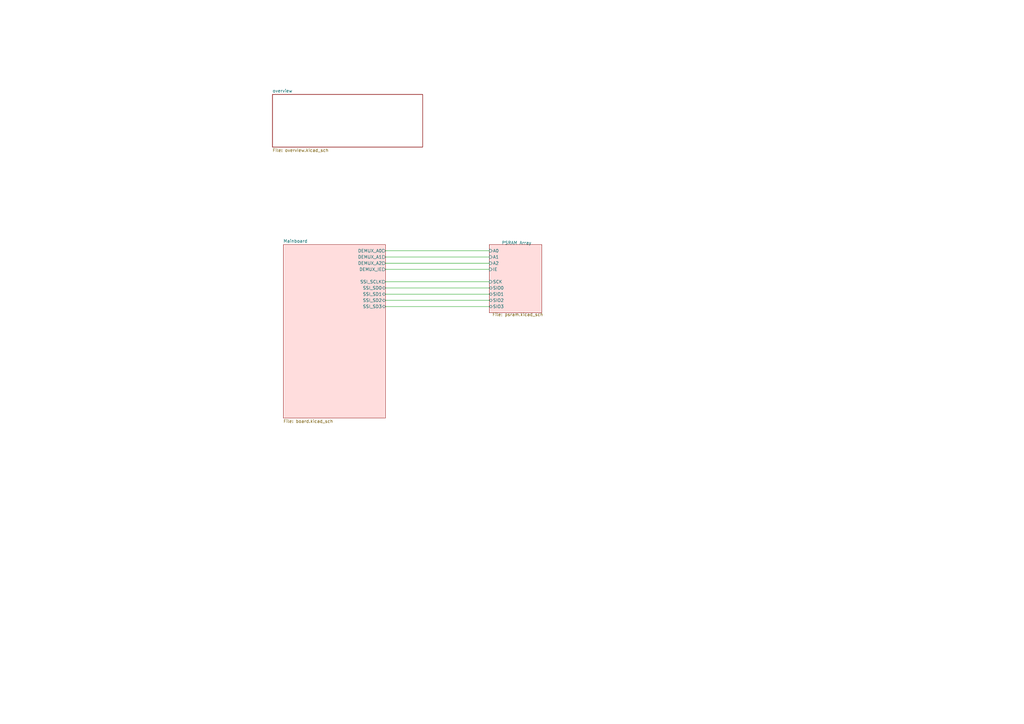
<source format=kicad_sch>
(kicad_sch (version 20211123) (generator eeschema)
  (paper "A3")
  (title_block (title "PicoCart64") (date "2022-07-02") (rev "V2.0") (company "Konrad Beckmann"))
  (lib_symbols)
  (wire (pts (xy 158.115 105.41) (xy 200.66 105.41)))
  (wire (pts (xy 158.115 107.95) (xy 200.66 107.95)))
  (wire (pts (xy 158.115 110.49) (xy 200.66 110.49)))
  (wire (pts (xy 158.115 125.73) (xy 200.66 125.73)))
  (wire (pts (xy 158.115 115.57) (xy 200.66 115.57)))
  (wire (pts (xy 158.115 120.65) (xy 200.66 120.65)))
  (wire (pts (xy 158.115 123.19) (xy 200.66 123.19)))
  (wire (pts (xy 158.115 118.11) (xy 200.66 118.11)))
  (wire (pts (xy 158.115 102.87) (xy 200.66 102.87)))
  (sheet (at 200.66 100.33) (size 21.59 27.94) (stroke (width 0.1524)) (fill (color 255 221 221 1.0000))
    (property "Sheet name" "PSRAM Array" (at 205.74 100.33 0) (effects (justify left bottom)))
    (property "Sheet file" "psram.kicad_sch" (at 201.93 128.27 0) (effects (justify left top)))
    (pin "A0" input (at 200.66 102.87 180))
    (pin "A1" input (at 200.66 105.41 180))
    (pin "A2" input (at 200.66 107.95 180))
    (pin "IE" input (at 200.66 110.49 180))
    (pin "SIO0" bidirectional (at 200.66 118.11 180))
    (pin "SIO1" bidirectional (at 200.66 120.65 180))
    (pin "SIO2" bidirectional (at 200.66 123.19 180))
    (pin "SIO3" bidirectional (at 200.66 125.73 180))
    (pin "SCK" input (at 200.66 115.57 180))
  )
  (sheet (at 116.205 100.33) (size 41.91 71.12) (stroke (width 0.1524)) (fill (color 255 221 221 1.0000))
    (property "Sheet name" "Mainboard" (at 116.205 99.6184 0) (effects (justify left bottom)))
    (property "Sheet file" "board.kicad_sch" (at 116.205 172.0346 0) (effects (justify left top)))
    (pin "SSI_SD3" bidirectional (at 158.115 125.73 0))
    (pin "SSI_SD2" bidirectional (at 158.115 123.19 0))
    (pin "SSI_SD1" bidirectional (at 158.115 120.65 0))
    (pin "DEMUX_A0" output (at 158.115 102.87 0))
    (pin "DEMUX_A2" output (at 158.115 107.95 0))
    (pin "DEMUX_A1" output (at 158.115 105.41 0))
    (pin "DEMUX_IE" output (at 158.115 110.49 0))
    (pin "SSI_SCLK" output (at 158.115 115.57 0))
    (pin "SSI_SD0" bidirectional (at 158.115 118.11 0))
  )
  (sheet (at 111.76 38.735) (size 61.595 21.59) (stroke (width 0.1524))
    (property "Sheet name" "overview" (at 111.76 38.0234 0) (effects (justify left bottom)))
    (property "Sheet file" "overview.kicad_sch" (at 111.76 60.9096 0) (effects (justify left top)))
  )
)
</source>
